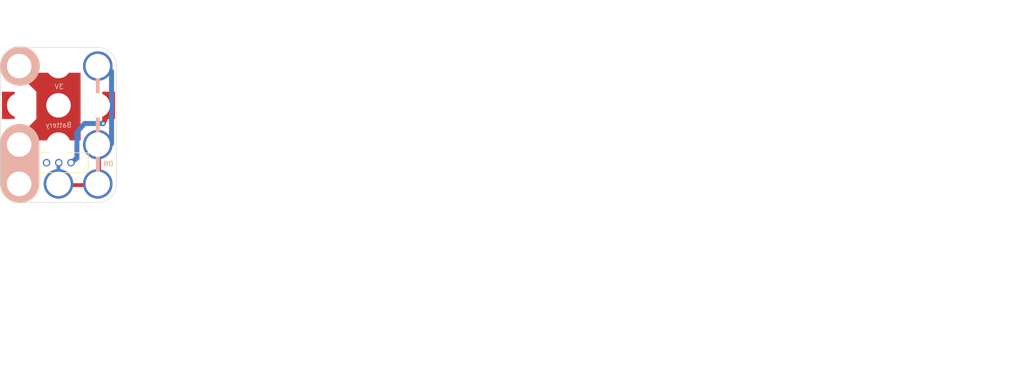
<source format=kicad_pcb>
(kicad_pcb (version 20171130) (host pcbnew 5.0.0-fee4fd1~66~ubuntu16.04.1)

  (general
    (thickness 1.6)
    (drawings 1)
    (tracks 0)
    (zones 0)
    (modules 1)
    (nets 1)
  )

  (page USLetter)
  (title_block
    (title "3x4 CR2032 Coin Cell On/Off Switch")
    (date "07 Aug 2018")
    (rev v1.1)
    (company "All rights reserved.")
    (comment 1 help@browndoggadgets.com)
    (comment 2 http://browndoggadgets.com/)
    (comment 3 "Brown Dog Gadgets")
  )

  (layers
    (0 F.Cu signal)
    (31 B.Cu signal)
    (34 B.Paste user)
    (35 F.Paste user)
    (36 B.SilkS user)
    (37 F.SilkS user)
    (38 B.Mask user)
    (39 F.Mask user)
    (40 Dwgs.User user)
    (44 Edge.Cuts user)
    (46 B.CrtYd user)
    (47 F.CrtYd user)
    (48 B.Fab user)
    (49 F.Fab user)
  )

  (setup
    (last_trace_width 0.254)
    (user_trace_width 0.1524)
    (user_trace_width 0.254)
    (user_trace_width 0.3302)
    (user_trace_width 0.508)
    (user_trace_width 0.762)
    (user_trace_width 1.27)
    (trace_clearance 0.254)
    (zone_clearance 0.508)
    (zone_45_only no)
    (trace_min 0.1524)
    (segment_width 0.1524)
    (edge_width 0.1524)
    (via_size 0.6858)
    (via_drill 0.3302)
    (via_min_size 0.6858)
    (via_min_drill 0.3302)
    (user_via 0.6858 0.3302)
    (user_via 0.762 0.4064)
    (user_via 0.8636 0.508)
    (uvia_size 0.6858)
    (uvia_drill 0.3302)
    (uvias_allowed no)
    (uvia_min_size 0)
    (uvia_min_drill 0)
    (pcb_text_width 0.1524)
    (pcb_text_size 1.016 1.016)
    (mod_edge_width 0.1524)
    (mod_text_size 1.016 1.016)
    (mod_text_width 0.1524)
    (pad_size 1.016 1.016)
    (pad_drill 0.508)
    (pad_to_mask_clearance 0.0762)
    (solder_mask_min_width 0.1016)
    (pad_to_paste_clearance -0.0762)
    (aux_axis_origin 0 0)
    (visible_elements FFFEDF7D)
    (pcbplotparams
      (layerselection 0x310fc_80000001)
      (usegerberextensions true)
      (usegerberattributes false)
      (usegerberadvancedattributes false)
      (creategerberjobfile false)
      (excludeedgelayer true)
      (linewidth 0.100000)
      (plotframeref false)
      (viasonmask false)
      (mode 1)
      (useauxorigin false)
      (hpglpennumber 1)
      (hpglpenspeed 20)
      (hpglpendiameter 15.000000)
      (psnegative false)
      (psa4output false)
      (plotreference true)
      (plotvalue true)
      (plotinvisibletext false)
      (padsonsilk false)
      (subtractmaskfromsilk false)
      (outputformat 1)
      (mirror false)
      (drillshape 0)
      (scaleselection 1)
      (outputdirectory "gerbers"))
  )

  (net 0 "")

  (net_class Default "This is the default net class."
    (clearance 0.254)
    (trace_width 0.254)
    (via_dia 0.6858)
    (via_drill 0.3302)
    (uvia_dia 0.6858)
    (uvia_drill 0.3302)
  )

  (module Crazy_Circuits:CR2032-ON-OFF-SWITCH-3x4 (layer F.Cu) (tedit 5BAA7909) (tstamp 5B6A2906)
    (at 13.21 72.39)
    (fp_text reference BT1 (at 4 -16 90) (layer F.Fab) hide
      (effects (font (size 1 1) (thickness 0.15)))
    )
    (fp_text value Battery (at 8.0264 -11.9888) (layer B.SilkS)
      (effects (font (size 1 1) (thickness 0.15)) (justify mirror))
    )
    (fp_arc (start 16 -8) (end 13.25 -8.1) (angle -308.7569235) (layer F.Mask) (width 0.5))
    (fp_arc (start 0 -24) (end 2.75 -23.9) (angle -308.7569235) (layer F.Mask) (width 0.5))
    (fp_arc (start 0 -8) (end 1.9 -10) (angle -305.8644548) (layer F.Mask) (width 0.5))
    (fp_arc (start 16.011818 -23.989492) (end 14.55 -21.65) (angle -306.9549734) (layer F.Mask) (width 0.5))
    (fp_line (start 17.5 -8.2) (end 18.8 -8.2) (layer B.Cu) (width 1.016))
    (fp_line (start 18.8 -22.9) (end 16.8 -23.9) (layer B.Cu) (width 1.016))
    (fp_line (start 18.8 -22.9) (end 18.8 -8.2) (layer B.Cu) (width 1.016))
    (fp_line (start 0.1 -0.1) (end 0.1 -8.2) (layer F.SilkS) (width 8))
    (fp_text user ON (at 18.2372 -4.064) (layer F.SilkS)
      (effects (font (size 1 1) (thickness 0.15)))
    )
    (fp_text user OFF (at -0.0508 -4.064) (layer B.SilkS)
      (effects (font (size 1 1) (thickness 0.15)) (justify mirror))
    )
    (fp_line (start 7.837354 -22.955958) (end 7.380154 -23.311558) (layer F.Fab) (width 0.127))
    (fp_line (start 16 -0.508) (end 16 -24.384) (layer F.SilkS) (width 0.762))
    (fp_line (start 16.25 0.25) (end 7.75 0.25) (layer F.Cu) (width 0.762))
    (fp_line (start 8 0.5) (end 8 -4.5) (layer B.Cu) (width 0.762))
    (fp_line (start 11.75 -5.25) (end 10.5 -4.25) (layer B.Cu) (width 1.016))
    (fp_line (start 8.2 -18.4) (end 7.874 -16.255) (layer F.Cu) (width 2.54))
    (fp_line (start 0 -8.25) (end 0 0) (layer F.Cu) (width 2.54))
    (fp_line (start 16.25 0.25) (end 16.25 -8) (layer F.Cu) (width 0.762))
    (fp_line (start 13.3 -12.3) (end 11.75 -10.5) (layer B.Cu) (width 1.016))
    (fp_line (start 11.75 -5.25) (end 11.75 -10.5) (layer B.Cu) (width 1.016))
    (fp_line (start 13.3 -12.3) (end 17.0942 -12.2936) (layer B.Cu) (width 1.016))
    (fp_line (start 2.06049 -2.279554) (end 2.06049 -6.343554) (layer F.SilkS) (width 0.1524))
    (fp_line (start 2.06049 -6.343554) (end 14.06049 -6.343554) (layer F.SilkS) (width 0.1524))
    (fp_line (start 2.06049 -2.279554) (end 14.06049 -2.279554) (layer F.SilkS) (width 0.1524))
    (fp_line (start 14.06049 -2.279554) (end 14.06049 -6.343554) (layer F.SilkS) (width 0.1524))
    (fp_text user %R (at 7.9248 -4.25) (layer F.Fab) hide
      (effects (font (size 1 1) (thickness 0.15)))
    )
    (fp_line (start 1.81049 -2.061554) (end 14.31049 -2.061554) (layer F.Fab) (width 0.04064))
    (fp_line (start 14.31049 -2.061554) (end 14.31049 -6.561554) (layer F.Fab) (width 0.04064))
    (fp_line (start 14.31049 -6.561554) (end 1.81049 -6.561554) (layer F.Fab) (width 0.04064))
    (fp_line (start 1.81049 -6.561554) (end 1.81049 -2.061554) (layer F.Fab) (width 0.04064))
    (fp_circle (center 10.56049 -4.311554) (end 10.46049 -4.511554) (layer F.Fab) (width 0.508))
    (fp_line (start 17.9 -14.1936) (end 17.1 -12.2936) (layer F.Cu) (width 1.016))
    (fp_line (start 0.127 -8) (end 7.874 -15.874) (layer F.Cu) (width 2.54))
    (fp_line (start 0 3.8) (end 16 3.8) (layer F.Fab) (width 0.05))
    (fp_arc (start 0 0) (end 0 3.8) (angle 90) (layer F.Fab) (width 0.05))
    (fp_arc (start 16 0) (end 19.8 0) (angle 90) (layer F.Fab) (width 0.05))
    (fp_arc (start 16 -24) (end 16 -27.8) (angle 90) (layer F.Fab) (width 0.05))
    (fp_arc (start 0 -24) (end -3.8 -24) (angle 90) (layer F.Fab) (width 0.05))
    (fp_line (start 0 -27.8) (end 16 -27.8) (layer F.Fab) (width 0.05))
    (fp_line (start 19.8 -24) (end 19.8 0) (layer F.Fab) (width 0.05))
    (fp_line (start -3.8 -24) (end -3.8 0) (layer F.Fab) (width 0.05))
    (fp_line (start 0 3.8) (end 16 3.8) (layer Edge.Cuts) (width 0.1))
    (fp_arc (start 0 0) (end 0 3.8) (angle 90) (layer Edge.Cuts) (width 0.1))
    (fp_arc (start 16 0) (end 19.8 0) (angle 90) (layer Edge.Cuts) (width 0.1))
    (fp_arc (start 16 -24) (end 16 -27.8) (angle 90) (layer Edge.Cuts) (width 0.1))
    (fp_arc (start 0 -24) (end -3.8 -24) (angle 90) (layer Edge.Cuts) (width 0.1))
    (fp_line (start 0 -27.8) (end 16 -27.8) (layer Edge.Cuts) (width 0.1))
    (fp_line (start 19.8 -24) (end 19.8 0) (layer Edge.Cuts) (width 0.1))
    (fp_line (start -3.8 -24) (end -3.8 0) (layer Edge.Cuts) (width 0.1))
    (fp_line (start 0.1 -24) (end 0.2 -24) (layer F.SilkS) (width 8))
    (fp_text user %R (at 8 -16) (layer F.Fab)
      (effects (font (size 1 1) (thickness 0.15)))
    )
    (fp_line (start 0 -24.002) (end 7.874 -16.255) (layer F.Cu) (width 2.54))
    (fp_text user ON (at 18.15 -4.1) (layer B.SilkS)
      (effects (font (size 1 1) (thickness 0.15)) (justify mirror))
    )
    (fp_text user S1 (at 8.0772 -4.2672) (layer F.Fab)
      (effects (font (size 1 1) (thickness 0.15)))
    )
    (fp_arc (start 7.9756 -16.2052) (end 10.3632 -20.1168) (angle 296.4047341) (layer F.Fab) (width 0.127))
    (fp_text user INSERT (at 7.9756 -21.59) (layer F.Fab)
      (effects (font (size 1 1) (thickness 0.15)))
    )
    (fp_line (start 7.837354 -23.921158) (end 7.837354 -22.955958) (layer F.Fab) (width 0.127))
    (fp_line (start 7.837354 -22.955958) (end 8.345354 -23.311558) (layer F.Fab) (width 0.127))
    (fp_line (start 0.1 -0.1) (end 0.1 -8.2) (layer B.SilkS) (width 8))
    (fp_line (start 0.1 -24) (end 0.2 -24) (layer B.SilkS) (width 8))
    (fp_text user 3V (at 8.128 -19.812) (layer B.SilkS)
      (effects (font (size 1 1) (thickness 0.15)) (justify mirror))
    )
    (fp_line (start 16 -0.508) (end 16 -24.384) (layer B.SilkS) (width 0.762))
    (pad "" thru_hole circle (at 17.1 -12.2936) (size 1.016 1.016) (drill 0.508) (layers *.Cu))
    (pad 1 thru_hole circle (at 10.54969 -4.311554 180) (size 1.524 1.524) (drill 1.016) (layers *.Cu *.Mask))
    (pad 3 thru_hole circle (at 5.57129 -4.311554 180) (size 1.524 1.524) (drill 1.016) (layers *.Cu *.Mask))
    (pad 2 thru_hole circle (at 8.06049 -4.311554 180) (size 1.524 1.524) (drill 1.016) (layers *.Cu *.Mask))
    (pad + thru_hole circle (at 16 0) (size 6 6) (drill 4.98) (layers *.Cu *.Mask))
    (pad + thru_hole circle (at 8 0) (size 6 6) (drill 4.98) (layers *.Cu))
    (pad GND thru_hole circle (at 0 0) (size 6 6) (drill 4.98) (layers *.Cu *.Mask))
    (pad + thru_hole circle (at 16 -8) (size 6 6) (drill 4.98) (layers *.Cu B.Mask))
    (pad "" np_thru_hole circle (at 8 -8) (size 4.98 4.98) (drill 4.98) (layers *.Cu B.Mask))
    (pad GND thru_hole circle (at 0 -8) (size 6 6) (drill 4.98) (layers *.Cu B.Mask))
    (pad + thru_hole circle (at 16 -24) (size 6 6) (drill 4.98) (layers *.Cu B.Mask))
    (pad "" np_thru_hole circle (at 8 -24) (size 4.98 4.98) (drill 4.98) (layers *.Cu B.Mask))
    (pad GND thru_hole circle (at 0 -24) (size 6 6) (drill 4.98) (layers *.Cu B.Mask))
    (pad + smd rect (at -2.2 -16) (size 2.6 5.56) (layers F.Cu F.Paste F.Mask))
    (pad GND smd rect (at 7.996 -15.746) (size 9 13.8) (layers F.Cu F.Paste F.Mask))
    (pad + smd rect (at 18.2 -16) (size 2.6 5.56) (layers F.Cu F.Paste F.Mask))
    (pad "" np_thru_hole circle (at 16 -16) (size 4.98 4.98) (drill 4.98) (layers *.Cu B.Mask))
    (pad "" np_thru_hole circle (at 0 -16) (size 4.98 4.98) (drill 4.98) (layers *.Cu B.Mask))
    (pad "" np_thru_hole circle (at 8 -16) (size 4.98 4.98) (drill 4.98) (layers *.Cu B.Mask))
  )

  (gr_text "FABRICATION NOTES\n\n1. THIS IS A 2 LAYER BOARD. \n2. EXTERNAL LAYERS SHALL HAVE 1 OZ COPPER.\n3. MATERIAL: FR4 AND 0.062 INCH +/- 10% THICK.\n4. BOARDS SHALL BE ROHS COMPLIANT. \n5. MANUFACTURE IN ACCORDANCE WITH IPC-6012 CLASS 2\n6. MASK: BOTH SIDES OF THE BOARD SHALL HAVE \n   SOLDER MASK (ORANGE) OVER BARE COPPER. \n7. SILK: BOTH SIDES OF THE BOARD SHALL HAVE \n   WHITE SILKSCREEN. DO NOT PLACE SILK OVER BARE COPPER.\n8. FINISH: ENIG.\n9. MINIMUM TRACE WIDTH - 0.006 INCH.\n   MINIMUM SPACE - 0.006 INCH.\n   MINIMUM HOLE DIA - 0.013 INCH. \n10. MAX HOLE PLACEMENT TOLERANCE OF +/- 0.003 INCH.\n11. MAX HOLE DIAMETER TOLERANCE OF +/- 0.003 INCH AFTER PLATING.\n12. PANELIZING: V-SCORE ONLY. \n   DO NOT USE SUPPORT TABS OR MOUSEBITES." (at 74.5998 73.66) (layer Dwgs.User)
    (effects (font (size 2.54 2.54) (thickness 0.254)) (justify left))
  )

)

</source>
